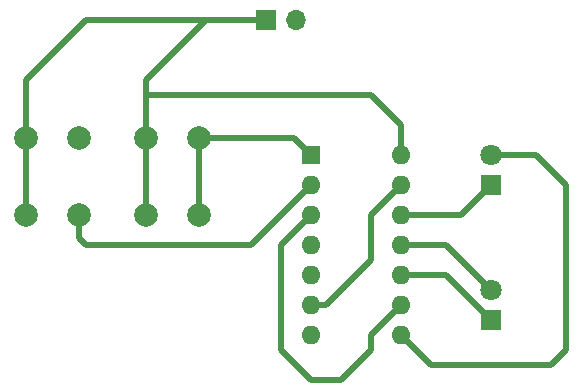
<source format=gbr>
G04 #@! TF.FileFunction,Copper,L2,Bot,Signal*
%FSLAX46Y46*%
G04 Gerber Fmt 4.6, Leading zero omitted, Abs format (unit mm)*
G04 Created by KiCad (PCBNEW 4.0.7) date 02/03/19 10:44:25*
%MOMM*%
%LPD*%
G01*
G04 APERTURE LIST*
%ADD10C,0.100000*%
%ADD11R,1.800000X1.800000*%
%ADD12C,1.800000*%
%ADD13R,1.700000X1.700000*%
%ADD14O,1.700000X1.700000*%
%ADD15C,2.000000*%
%ADD16R,1.600000X1.600000*%
%ADD17O,1.600000X1.600000*%
%ADD18C,0.508000*%
G04 APERTURE END LIST*
D10*
D11*
X193040000Y-102870000D03*
D12*
X193040000Y-100330000D03*
D11*
X193040000Y-91440000D03*
D12*
X193040000Y-88900000D03*
D13*
X173990000Y-77470000D03*
D14*
X176530000Y-77470000D03*
D15*
X168330000Y-93980000D03*
X163830000Y-93980000D03*
X168330000Y-87480000D03*
X163830000Y-87480000D03*
X158170000Y-93980000D03*
X153670000Y-93980000D03*
X158170000Y-87480000D03*
X153670000Y-87480000D03*
D16*
X177800000Y-88900000D03*
D17*
X185420000Y-104140000D03*
X177800000Y-91440000D03*
X185420000Y-101600000D03*
X177800000Y-93980000D03*
X185420000Y-99060000D03*
X177800000Y-96520000D03*
X185420000Y-96520000D03*
X177800000Y-99060000D03*
X185420000Y-93980000D03*
X177800000Y-101600000D03*
X185420000Y-91440000D03*
X177800000Y-104140000D03*
X185420000Y-88900000D03*
D18*
X185420000Y-99060000D02*
X189230000Y-99060000D01*
X189230000Y-99060000D02*
X193040000Y-102870000D01*
X185420000Y-96520000D02*
X189230000Y-96520000D01*
X189230000Y-96520000D02*
X193040000Y-100330000D01*
X185420000Y-93980000D02*
X190500000Y-93980000D01*
X190500000Y-93980000D02*
X193040000Y-91440000D01*
X193040000Y-88900000D02*
X196850000Y-88900000D01*
X187960000Y-106680000D02*
X185420000Y-104140000D01*
X198120000Y-106680000D02*
X187960000Y-106680000D01*
X199390000Y-105410000D02*
X198120000Y-106680000D01*
X199390000Y-91440000D02*
X199390000Y-105410000D01*
X196850000Y-88900000D02*
X199390000Y-91440000D01*
X185420000Y-88900000D02*
X185420000Y-86360000D01*
X182880000Y-83820000D02*
X163830000Y-83820000D01*
X185420000Y-86360000D02*
X182880000Y-83820000D01*
X168910000Y-77470000D02*
X170180000Y-77470000D01*
X163830000Y-87480000D02*
X163830000Y-93980000D01*
X153670000Y-87480000D02*
X153670000Y-93980000D01*
X163830000Y-87480000D02*
X163830000Y-83820000D01*
X163830000Y-83820000D02*
X163830000Y-82550000D01*
X163830000Y-82550000D02*
X168910000Y-77470000D01*
X153670000Y-87480000D02*
X153670000Y-82550000D01*
X158750000Y-77470000D02*
X168910000Y-77470000D01*
X168910000Y-77470000D02*
X170180000Y-77470000D01*
X170180000Y-77470000D02*
X173990000Y-77470000D01*
X153670000Y-82550000D02*
X158750000Y-77470000D01*
X168330000Y-93980000D02*
X168330000Y-87480000D01*
X168330000Y-87480000D02*
X176380000Y-87480000D01*
X176380000Y-87480000D02*
X177800000Y-88900000D01*
X158170000Y-93980000D02*
X158170000Y-95940000D01*
X172720000Y-96520000D02*
X177800000Y-91440000D01*
X158750000Y-96520000D02*
X172720000Y-96520000D01*
X158170000Y-95940000D02*
X158750000Y-96520000D01*
X182880000Y-104140000D02*
X185420000Y-101600000D01*
X182880000Y-105410000D02*
X182880000Y-104140000D01*
X180340000Y-107950000D02*
X182880000Y-105410000D01*
X177800000Y-107950000D02*
X180340000Y-107950000D01*
X175260000Y-105410000D02*
X177800000Y-107950000D01*
X175260000Y-96520000D02*
X175260000Y-105410000D01*
X177800000Y-93980000D02*
X175260000Y-96520000D01*
X177800000Y-101600000D02*
X179070000Y-101600000D01*
X182880000Y-93980000D02*
X185420000Y-91440000D01*
X182880000Y-97790000D02*
X182880000Y-93980000D01*
X179070000Y-101600000D02*
X182880000Y-97790000D01*
M02*

</source>
